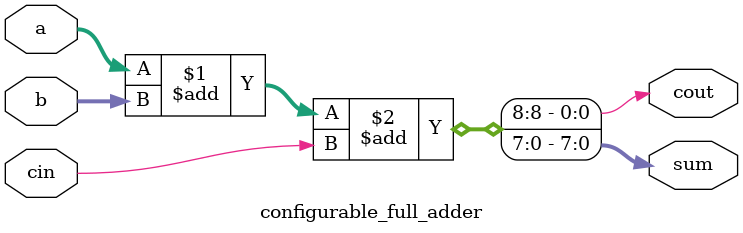
<source format=v>
`timescale 1ns / 1ps


module configurable_full_adder #(
    parameter WIDTH = 8  
)(
    input [WIDTH-1:0] a,   
    input [WIDTH-1:0] b,    
    input cin,              
    output [WIDTH-1:0] sum,
    output cout            
);
    assign {cout, sum} = a + b + cin;
   
endmodule

</source>
